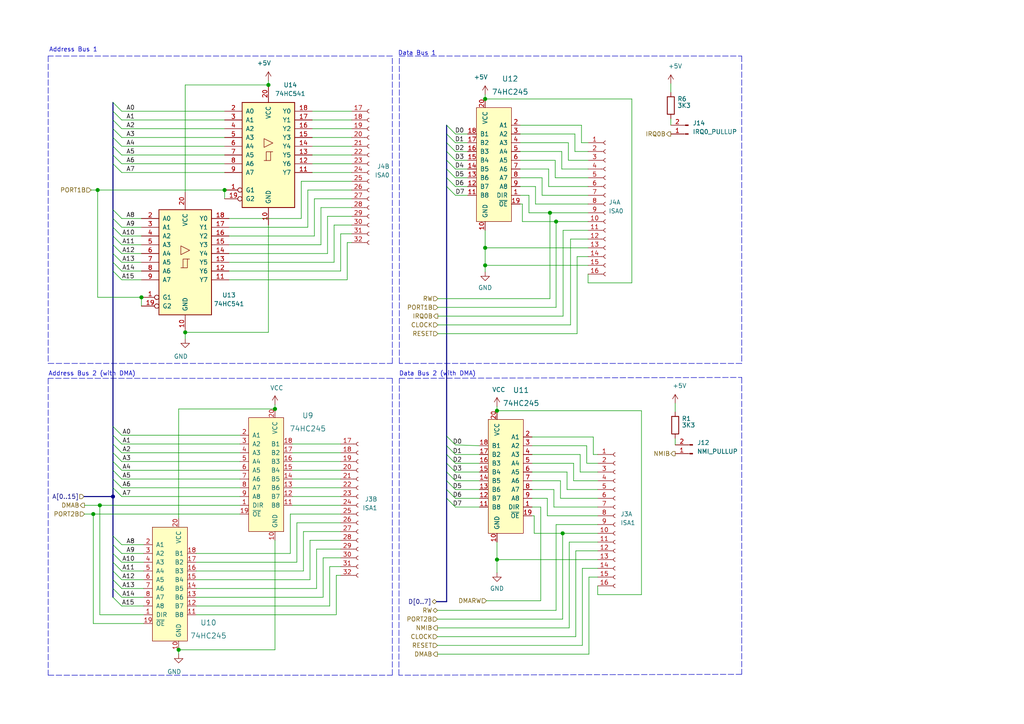
<source format=kicad_sch>
(kicad_sch (version 20201015) (generator eeschema)
  (paper "A4")
  (title_block (title "Miniish") (rev "v1.2b") (company "Romuald Rousseau"))
  (lib_symbols
    (symbol "74xx:74HCT541_2" (pin_names (offset 1.016))
      (property "Reference" "U" (at -7.62 16.51 0))
      (property "Value" "74HCT541" (at -7.62 -16.51 0))
      (symbol "74HCT541_2_1_0"
        (pin input inverted (at -12.7 -10.16 0) (length 5.08) (name "G1") (number "1"))
        (pin power_in line (at 0 -20.32 90) (length 5.08) (name "GND") (number "10"))
        (pin tri_state line (at 12.7 -5.08 180) (length 5.08) (name "Y7") (number "11"))
        (pin tri_state line (at 12.7 -2.54 180) (length 5.08) (name "Y6") (number "12"))
        (pin tri_state line (at 12.7 0 180) (length 5.08) (name "Y5") (number "13"))
        (pin tri_state line (at 12.7 2.54 180) (length 5.08) (name "Y4") (number "14"))
        (pin tri_state line (at 12.7 5.08 180) (length 5.08) (name "Y3") (number "15"))
        (pin tri_state line (at 12.7 7.62 180) (length 5.08) (name "Y2") (number "16"))
        (pin tri_state line (at 12.7 10.16 180) (length 5.08) (name "Y1") (number "17"))
        (pin tri_state line (at 12.7 12.7 180) (length 5.08) (name "Y0") (number "18"))
        (pin input inverted (at -12.7 -12.7 0) (length 5.08) (name "G2") (number "19"))
        (pin input line (at -12.7 12.7 0) (length 5.08) (name "A0") (number "2"))
        (pin power_in line (at 0 20.32 270) (length 5.08) (name "VCC") (number "20"))
        (pin input line (at -12.7 10.16 0) (length 5.08) (name "A1") (number "3"))
        (pin input line (at -12.7 7.62 0) (length 5.08) (name "A2") (number "4"))
        (pin input line (at -12.7 5.08 0) (length 5.08) (name "A3") (number "5"))
        (pin input line (at -12.7 2.54 0) (length 5.08) (name "A4") (number "6"))
        (pin input line (at -12.7 0 0) (length 5.08) (name "A5") (number "7"))
        (pin input line (at -12.7 -2.54 0) (length 5.08) (name "A6") (number "8"))
        (pin input line (at -12.7 -5.08 0) (length 5.08) (name "A7") (number "9"))
      )
    )
    (symbol "74xx:74HCT541_3" (pin_names (offset 1.016))
      (property "Reference" "U" (at -7.62 16.51 0))
      (property "Value" "74HCT541" (at -7.62 -16.51 0))
      (symbol "74HCT541_3_1_0"
        (pin input inverted (at -12.7 -10.16 0) (length 5.08) (name "G1") (number "1"))
        (pin power_in line (at 0 -20.32 90) (length 5.08) (name "GND") (number "10"))
        (pin tri_state line (at 12.7 -5.08 180) (length 5.08) (name "Y7") (number "11"))
        (pin tri_state line (at 12.7 -2.54 180) (length 5.08) (name "Y6") (number "12"))
        (pin tri_state line (at 12.7 0 180) (length 5.08) (name "Y5") (number "13"))
        (pin tri_state line (at 12.7 2.54 180) (length 5.08) (name "Y4") (number "14"))
        (pin tri_state line (at 12.7 5.08 180) (length 5.08) (name "Y3") (number "15"))
        (pin tri_state line (at 12.7 7.62 180) (length 5.08) (name "Y2") (number "16"))
        (pin tri_state line (at 12.7 10.16 180) (length 5.08) (name "Y1") (number "17"))
        (pin tri_state line (at 12.7 12.7 180) (length 5.08) (name "Y0") (number "18"))
        (pin input inverted (at -12.7 -12.7 0) (length 5.08) (name "G2") (number "19"))
        (pin input line (at -12.7 12.7 0) (length 5.08) (name "A0") (number "2"))
        (pin power_in line (at 0 20.32 270) (length 5.08) (name "VCC") (number "20"))
        (pin input line (at -12.7 10.16 0) (length 5.08) (name "A1") (number "3"))
        (pin input line (at -12.7 7.62 0) (length 5.08) (name "A2") (number "4"))
        (pin input line (at -12.7 5.08 0) (length 5.08) (name "A3") (number "5"))
        (pin input line (at -12.7 2.54 0) (length 5.08) (name "A4") (number "6"))
        (pin input line (at -12.7 0 0) (length 5.08) (name "A5") (number "7"))
        (pin input line (at -12.7 -2.54 0) (length 5.08) (name "A6") (number "8"))
        (pin input line (at -12.7 -5.08 0) (length 5.08) (name "A7") (number "9"))
      )
    )
    (symbol "Connector:Conn_01x02_Male" (pin_names (offset 1.016) hide)
      (property "Reference" "J" (at 0 2.54 0))
      (property "Value" "Conn_01x02_Male" (at 0 -5.08 0))
      (symbol "Conn_01x02_Male_1_1"
        (pin passive line (at 5.08 0 180) (length 3.81) (name "Pin_1") (number "1"))
        (pin passive line (at 5.08 -2.54 180) (length 3.81) (name "Pin_2") (number "2"))
      )
    )
    (symbol "Connector_TheRLab:Conn_02x16_Female_2units" (pin_names hide)
      (property "Reference" "J" (at -0.254 20.828 0))
      (property "Value" "Conn_02x16_Female_2units" (at 0 -23.622 0))
      (symbol "Conn_02x16_Female_2units_1_1"
        (pin passive line (at -11.43 17.526 0) (length 3.81) (name "Pin_1") (number "1"))
        (pin passive line (at -11.43 -5.334 0) (length 3.81) (name "Pin_10") (number "10"))
        (pin passive line (at -11.43 -7.874 0) (length 3.81) (name "Pin_11") (number "11"))
        (pin passive line (at -11.43 -10.414 0) (length 3.81) (name "Pin_12") (number "12"))
        (pin passive line (at -11.43 -12.954 0) (length 3.81) (name "Pin_13") (number "13"))
        (pin passive line (at -11.43 -15.494 0) (length 3.81) (name "Pin_14") (number "14"))
        (pin passive line (at -11.43 -18.034 0) (length 3.81) (name "Pin_15") (number "15"))
        (pin passive line (at -11.43 -20.574 0) (length 3.81) (name "Pin_16") (number "16"))
        (pin passive line (at -11.43 14.986 0) (length 3.81) (name "Pin_2") (number "2"))
        (pin passive line (at -11.43 12.446 0) (length 3.81) (name "Pin_3") (number "3"))
        (pin passive line (at -11.43 9.906 0) (length 3.81) (name "Pin_4") (number "4"))
        (pin passive line (at -11.43 7.366 0) (length 3.81) (name "Pin_5") (number "5"))
        (pin passive line (at -11.43 4.826 0) (length 3.81) (name "Pin_6") (number "6"))
        (pin passive line (at -11.43 2.286 0) (length 3.81) (name "Pin_7") (number "7"))
        (pin passive line (at -11.43 -0.254 0) (length 3.81) (name "Pin_8") (number "8"))
        (pin passive line (at -11.43 -2.794 0) (length 3.81) (name "Pin_9") (number "9"))
      )
      (symbol "Conn_02x16_Female_2units_2_1"
        (pin passive line (at 11.43 17.272 180) (length 3.81) (name "Pin_17") (number "17"))
        (pin passive line (at 11.43 -5.588 180) (length 3.81) (name "Pin_26") (number "26"))
        (pin passive line (at 11.43 -8.128 180) (length 3.81) (name "Pin_27") (number "27"))
        (pin passive line (at 11.43 -10.668 180) (length 3.81) (name "Pin_28") (number "28"))
        (pin passive line (at 11.43 -13.208 180) (length 3.81) (name "Pin_29") (number "29"))
        (pin passive line (at 11.43 -15.748 180) (length 3.81) (name "Pin_30") (number "30"))
        (pin passive line (at 11.43 -18.288 180) (length 3.81) (name "Pin_31") (number "31"))
        (pin passive line (at 11.43 -20.828 180) (length 3.81) (name "Pin_32") (number "32"))
        (pin passive line (at 11.43 14.732 180) (length 3.81) (name "Pin_18") (number "18"))
        (pin passive line (at 11.43 12.192 180) (length 3.81) (name "Pin_19") (number "19"))
        (pin passive line (at 11.43 9.652 180) (length 3.81) (name "Pin_20") (number "20"))
        (pin passive line (at 11.43 7.112 180) (length 3.81) (name "Pin_21") (number "21"))
        (pin passive line (at 11.43 4.572 180) (length 3.81) (name "Pin_22") (number "22"))
        (pin passive line (at 11.43 2.032 180) (length 3.81) (name "Pin_23") (number "23"))
        (pin passive line (at 11.43 -0.508 180) (length 3.81) (name "Pin_24") (number "24"))
        (pin passive line (at 11.43 -3.048 180) (length 3.81) (name "Pin_25") (number "25"))
      )
    )
    (symbol "Connector_TheRLab:Conn_02x16_Female_2units_1" (pin_names hide)
      (property "Reference" "J" (at -0.254 20.828 0))
      (property "Value" "Conn_02x16_Female_2units" (at 0 -23.622 0))
      (symbol "Conn_02x16_Female_2units_1_1_1"
        (pin passive line (at -11.43 17.526 0) (length 3.81) (name "Pin_1") (number "1"))
        (pin passive line (at -11.43 -5.334 0) (length 3.81) (name "Pin_10") (number "10"))
        (pin passive line (at -11.43 -7.874 0) (length 3.81) (name "Pin_11") (number "11"))
        (pin passive line (at -11.43 -10.414 0) (length 3.81) (name "Pin_12") (number "12"))
        (pin passive line (at -11.43 -12.954 0) (length 3.81) (name "Pin_13") (number "13"))
        (pin passive line (at -11.43 -15.494 0) (length 3.81) (name "Pin_14") (number "14"))
        (pin passive line (at -11.43 -18.034 0) (length 3.81) (name "Pin_15") (number "15"))
        (pin passive line (at -11.43 -20.574 0) (length 3.81) (name "Pin_16") (number "16"))
        (pin passive line (at -11.43 14.986 0) (length 3.81) (name "Pin_2") (number "2"))
        (pin passive line (at -11.43 12.446 0) (length 3.81) (name "Pin_3") (number "3"))
        (pin passive line (at -11.43 9.906 0) (length 3.81) (name "Pin_4") (number "4"))
        (pin passive line (at -11.43 7.366 0) (length 3.81) (name "Pin_5") (number "5"))
        (pin passive line (at -11.43 4.826 0) (length 3.81) (name "Pin_6") (number "6"))
        (pin passive line (at -11.43 2.286 0) (length 3.81) (name "Pin_7") (number "7"))
        (pin passive line (at -11.43 -0.254 0) (length 3.81) (name "Pin_8") (number "8"))
        (pin passive line (at -11.43 -2.794 0) (length 3.81) (name "Pin_9") (number "9"))
      )
      (symbol "Conn_02x16_Female_2units_1_2_1"
        (pin passive line (at 11.43 17.272 180) (length 3.81) (name "Pin_17") (number "17"))
        (pin passive line (at 11.43 -5.588 180) (length 3.81) (name "Pin_26") (number "26"))
        (pin passive line (at 11.43 -8.128 180) (length 3.81) (name "Pin_27") (number "27"))
        (pin passive line (at 11.43 -10.668 180) (length 3.81) (name "Pin_28") (number "28"))
        (pin passive line (at 11.43 -13.208 180) (length 3.81) (name "Pin_29") (number "29"))
        (pin passive line (at 11.43 -15.748 180) (length 3.81) (name "Pin_30") (number "30"))
        (pin passive line (at 11.43 -18.288 180) (length 3.81) (name "Pin_31") (number "31"))
        (pin passive line (at 11.43 -20.828 180) (length 3.81) (name "Pin_32") (number "32"))
        (pin passive line (at 11.43 14.732 180) (length 3.81) (name "Pin_18") (number "18"))
        (pin passive line (at 11.43 12.192 180) (length 3.81) (name "Pin_19") (number "19"))
        (pin passive line (at 11.43 9.652 180) (length 3.81) (name "Pin_20") (number "20"))
        (pin passive line (at 11.43 7.112 180) (length 3.81) (name "Pin_21") (number "21"))
        (pin passive line (at 11.43 4.572 180) (length 3.81) (name "Pin_22") (number "22"))
        (pin passive line (at 11.43 2.032 180) (length 3.81) (name "Pin_23") (number "23"))
        (pin passive line (at 11.43 -0.508 180) (length 3.81) (name "Pin_24") (number "24"))
        (pin passive line (at 11.43 -3.048 180) (length 3.81) (name "Pin_25") (number "25"))
      )
    )
    (symbol "Device:R" (pin_numbers hide) (pin_names (offset 0))
      (property "Reference" "R" (at 2.032 0 90))
      (property "Value" "R" (at 0 0 90))
      (symbol "R_1_1"
        (pin passive line (at 0 3.81 270) (length 1.27) (name "~") (number "1"))
        (pin passive line (at 0 -3.81 90) (length 1.27) (name "~") (number "2"))
      )
    )
    (symbol "dk_Logic-Buffers-Drivers-Receivers-Transceivers:SN74LVC245AN" (pin_names (offset 1.016))
      (property "Reference" "U" (at -6.35 6.35 0))
      (property "Value" "SN74LVC245AN" (at -2.54 -10.16 90))
      (symbol "SN74LVC245AN_1_1"
        (pin input line (at -10.16 -20.32 0) (length 2.54) (name "DIR") (number "1"))
        (pin bidirectional line (at -10.16 0 0) (length 2.54) (name "A1") (number "2"))
        (pin bidirectional line (at -10.16 -2.54 0) (length 2.54) (name "A2") (number "3"))
        (pin bidirectional line (at -10.16 -5.08 0) (length 2.54) (name "A3") (number "4"))
        (pin bidirectional line (at -10.16 -7.62 0) (length 2.54) (name "A4") (number "5"))
        (pin bidirectional line (at -10.16 -10.16 0) (length 2.54) (name "A5") (number "6"))
        (pin bidirectional line (at -10.16 -12.7 0) (length 2.54) (name "A6") (number "7"))
        (pin bidirectional line (at -10.16 -15.24 0) (length 2.54) (name "A7") (number "8"))
        (pin bidirectional line (at -10.16 -17.78 0) (length 2.54) (name "A8") (number "9"))
        (pin power_in line (at 0 -30.48 90) (length 2.54) (name "GND") (number "10"))
        (pin power_in line (at 0 7.62 270) (length 2.54) (name "VCC") (number "20"))
        (pin bidirectional line (at 5.08 -20.32 180) (length 2.54) (name "B8") (number "11"))
        (pin bidirectional line (at 5.08 -17.78 180) (length 2.54) (name "B7") (number "12"))
        (pin bidirectional line (at 5.08 -15.24 180) (length 2.54) (name "B6") (number "13"))
        (pin bidirectional line (at 5.08 -12.7 180) (length 2.54) (name "B5") (number "14"))
        (pin bidirectional line (at 5.08 -10.16 180) (length 2.54) (name "B4") (number "15"))
        (pin bidirectional line (at 5.08 -7.62 180) (length 2.54) (name "B3") (number "16"))
        (pin bidirectional line (at 5.08 -5.08 180) (length 2.54) (name "B2") (number "17"))
        (pin bidirectional line (at 5.08 -2.54 180) (length 2.54) (name "B1") (number "18"))
        (pin input line (at -10.16 -22.86 0) (length 2.54) (name "~OE") (number "19"))
      )
    )
    (symbol "dk_Logic-Buffers-Drivers-Receivers-Transceivers:SN74LVC245AN_1" (pin_names (offset 1.016))
      (property "Reference" "U" (at -6.35 6.35 0))
      (property "Value" "SN74LVC245AN" (at -2.54 -10.16 90))
      (symbol "SN74LVC245AN_1_1_1"
        (pin input line (at -10.16 -20.32 0) (length 2.54) (name "DIR") (number "1"))
        (pin bidirectional line (at -10.16 0 0) (length 2.54) (name "A1") (number "2"))
        (pin bidirectional line (at -10.16 -2.54 0) (length 2.54) (name "A2") (number "3"))
        (pin bidirectional line (at -10.16 -5.08 0) (length 2.54) (name "A3") (number "4"))
        (pin bidirectional line (at -10.16 -7.62 0) (length 2.54) (name "A4") (number "5"))
        (pin bidirectional line (at -10.16 -10.16 0) (length 2.54) (name "A5") (number "6"))
        (pin bidirectional line (at -10.16 -12.7 0) (length 2.54) (name "A6") (number "7"))
        (pin bidirectional line (at -10.16 -15.24 0) (length 2.54) (name "A7") (number "8"))
        (pin bidirectional line (at -10.16 -17.78 0) (length 2.54) (name "A8") (number "9"))
        (pin power_in line (at 0 -30.48 90) (length 2.54) (name "GND") (number "10"))
        (pin power_in line (at 0 7.62 270) (length 2.54) (name "VCC") (number "20"))
        (pin bidirectional line (at 5.08 -20.32 180) (length 2.54) (name "B8") (number "11"))
        (pin bidirectional line (at 5.08 -17.78 180) (length 2.54) (name "B7") (number "12"))
        (pin bidirectional line (at 5.08 -15.24 180) (length 2.54) (name "B6") (number "13"))
        (pin bidirectional line (at 5.08 -12.7 180) (length 2.54) (name "B5") (number "14"))
        (pin bidirectional line (at 5.08 -10.16 180) (length 2.54) (name "B4") (number "15"))
        (pin bidirectional line (at 5.08 -7.62 180) (length 2.54) (name "B3") (number "16"))
        (pin bidirectional line (at 5.08 -5.08 180) (length 2.54) (name "B2") (number "17"))
        (pin bidirectional line (at 5.08 -2.54 180) (length 2.54) (name "B1") (number "18"))
        (pin input line (at -10.16 -22.86 0) (length 2.54) (name "~OE") (number "19"))
      )
    )
    (symbol "dk_Logic-Buffers-Drivers-Receivers-Transceivers:SN74LVC245AN_2" (pin_names (offset 1.016))
      (property "Reference" "U" (at -6.35 6.35 0))
      (property "Value" "SN74LVC245AN" (at -2.54 -10.16 90))
      (symbol "SN74LVC245AN_2_1_1"
        (pin input line (at -10.16 -20.32 0) (length 2.54) (name "DIR") (number "1"))
        (pin bidirectional line (at -10.16 0 0) (length 2.54) (name "A1") (number "2"))
        (pin bidirectional line (at -10.16 -2.54 0) (length 2.54) (name "A2") (number "3"))
        (pin bidirectional line (at -10.16 -5.08 0) (length 2.54) (name "A3") (number "4"))
        (pin bidirectional line (at -10.16 -7.62 0) (length 2.54) (name "A4") (number "5"))
        (pin bidirectional line (at -10.16 -10.16 0) (length 2.54) (name "A5") (number "6"))
        (pin bidirectional line (at -10.16 -12.7 0) (length 2.54) (name "A6") (number "7"))
        (pin bidirectional line (at -10.16 -15.24 0) (length 2.54) (name "A7") (number "8"))
        (pin bidirectional line (at -10.16 -17.78 0) (length 2.54) (name "A8") (number "9"))
        (pin power_in line (at 0 -30.48 90) (length 2.54) (name "GND") (number "10"))
        (pin power_in line (at 0 7.62 270) (length 2.54) (name "VCC") (number "20"))
        (pin bidirectional line (at 5.08 -20.32 180) (length 2.54) (name "B8") (number "11"))
        (pin bidirectional line (at 5.08 -17.78 180) (length 2.54) (name "B7") (number "12"))
        (pin bidirectional line (at 5.08 -15.24 180) (length 2.54) (name "B6") (number "13"))
        (pin bidirectional line (at 5.08 -12.7 180) (length 2.54) (name "B5") (number "14"))
        (pin bidirectional line (at 5.08 -10.16 180) (length 2.54) (name "B4") (number "15"))
        (pin bidirectional line (at 5.08 -7.62 180) (length 2.54) (name "B3") (number "16"))
        (pin bidirectional line (at 5.08 -5.08 180) (length 2.54) (name "B2") (number "17"))
        (pin bidirectional line (at 5.08 -2.54 180) (length 2.54) (name "B1") (number "18"))
        (pin input line (at -10.16 -22.86 0) (length 2.54) (name "~OE") (number "19"))
      )
    )
    (symbol "dk_Logic-Buffers-Drivers-Receivers-Transceivers:SN74LVC245AN_3" (pin_names (offset 1.016))
      (property "Reference" "U" (at -6.35 6.35 0))
      (property "Value" "SN74LVC245AN" (at -2.54 -10.16 90))
      (symbol "SN74LVC245AN_3_1_1"
        (pin input line (at -10.16 -20.32 0) (length 2.54) (name "DIR") (number "1"))
        (pin bidirectional line (at -10.16 0 0) (length 2.54) (name "A1") (number "2"))
        (pin bidirectional line (at -10.16 -2.54 0) (length 2.54) (name "A2") (number "3"))
        (pin bidirectional line (at -10.16 -5.08 0) (length 2.54) (name "A3") (number "4"))
        (pin bidirectional line (at -10.16 -7.62 0) (length 2.54) (name "A4") (number "5"))
        (pin bidirectional line (at -10.16 -10.16 0) (length 2.54) (name "A5") (number "6"))
        (pin bidirectional line (at -10.16 -12.7 0) (length 2.54) (name "A6") (number "7"))
        (pin bidirectional line (at -10.16 -15.24 0) (length 2.54) (name "A7") (number "8"))
        (pin bidirectional line (at -10.16 -17.78 0) (length 2.54) (name "A8") (number "9"))
        (pin power_in line (at 0 -30.48 90) (length 2.54) (name "GND") (number "10"))
        (pin power_in line (at 0 7.62 270) (length 2.54) (name "VCC") (number "20"))
        (pin bidirectional line (at 5.08 -20.32 180) (length 2.54) (name "B8") (number "11"))
        (pin bidirectional line (at 5.08 -17.78 180) (length 2.54) (name "B7") (number "12"))
        (pin bidirectional line (at 5.08 -15.24 180) (length 2.54) (name "B6") (number "13"))
        (pin bidirectional line (at 5.08 -12.7 180) (length 2.54) (name "B5") (number "14"))
        (pin bidirectional line (at 5.08 -10.16 180) (length 2.54) (name "B4") (number "15"))
        (pin bidirectional line (at 5.08 -7.62 180) (length 2.54) (name "B3") (number "16"))
        (pin bidirectional line (at 5.08 -5.08 180) (length 2.54) (name "B2") (number "17"))
        (pin bidirectional line (at 5.08 -2.54 180) (length 2.54) (name "B1") (number "18"))
        (pin input line (at -10.16 -22.86 0) (length 2.54) (name "~OE") (number "19"))
      )
    )
    (symbol "power:+5V" (power) (pin_names (offset 0))
      (property "Value" "+5V" (at 0 3.556 0))
      (symbol "+5V_1_1"
        (pin power_in line (at 0 0 90) (length 0) hide (name "+5V") (number "1"))
      )
    )
    (symbol "power:GND" (power) (pin_names (offset 0))
      (property "Value" "GND" (at 0 -3.81 0))
      (symbol "GND_1_1"
        (pin power_in line (at 0 0 270) (length 0) hide (name "GND") (number "1"))
      )
    )
    (symbol "power:VCC" (power) (pin_names (offset 0))
      (property "Value" "VCC" (at 0 3.81 0))
      (symbol "VCC_1_1"
        (pin power_in line (at 0 0 90) (length 0) hide (name "VCC") (number "1"))
      )
    )
  )
  (junction (at 27.051 149.098) (diameter 1.016))
  (junction (at 28.321 55.118) (diameter 1.016))
  (junction (at 28.956 146.558) (diameter 1.016))
  (junction (at 41.021 86.233) (diameter 1.016))
  (junction (at 51.816 188.468) (diameter 1.016))
  (junction (at 53.721 96.393) (diameter 1.016))
  (junction (at 65.151 55.118) (diameter 1.016))
  (junction (at 77.851 24.638) (diameter 1.016))
  (junction (at 79.756 118.618) (diameter 1.016))
  (junction (at 140.716 28.702) (diameter 1.016))
  (junction (at 140.716 71.882) (diameter 1.016))
  (junction (at 140.716 76.962) (diameter 1.016))
  (junction (at 144.145 119.126) (diameter 1.016))
  (junction (at 144.145 162.306) (diameter 1.016))
  (junction (at 159.512 61.722) (diameter 1.016))
  (junction (at 161.29 64.262) (diameter 1.016))
  (junction (at 163.195 154.686) (diameter 1.016))
  (junction (at 32.766 144.018) (diameter 1.016))
  (bus_entry (at 32.766 29.718) (size 2.54 2.54) (stroke (width 0.1524)))
  (bus_entry (at 32.766 32.258) (size 2.54 2.54) (stroke (width 0.1524)))
  (bus_entry (at 32.766 34.798) (size 2.54 2.54) (stroke (width 0.1524)))
  (bus_entry (at 32.766 37.338) (size 2.54 2.54) (stroke (width 0.1524)))
  (bus_entry (at 32.766 39.878) (size 2.54 2.54) (stroke (width 0.1524)))
  (bus_entry (at 32.766 42.418) (size 2.54 2.54) (stroke (width 0.1524)))
  (bus_entry (at 32.766 44.958) (size 2.54 2.54) (stroke (width 0.1524)))
  (bus_entry (at 32.766 47.498) (size 2.54 2.54) (stroke (width 0.1524)))
  (bus_entry (at 32.766 60.833) (size 2.54 2.54) (stroke (width 0.1524)))
  (bus_entry (at 32.766 63.373) (size 2.54 2.54) (stroke (width 0.1524)))
  (bus_entry (at 32.766 65.913) (size 2.54 2.54) (stroke (width 0.1524)))
  (bus_entry (at 32.766 68.453) (size 2.54 2.54) (stroke (width 0.1524)))
  (bus_entry (at 32.766 70.993) (size 2.54 2.54) (stroke (width 0.1524)))
  (bus_entry (at 32.766 73.533) (size 2.54 2.54) (stroke (width 0.1524)))
  (bus_entry (at 32.766 76.073) (size 2.54 2.54) (stroke (width 0.1524)))
  (bus_entry (at 32.766 78.613) (size 2.54 2.54) (stroke (width 0.1524)))
  (bus_entry (at 32.766 155.448) (size 2.54 2.54) (stroke (width 0.1524)))
  (bus_entry (at 32.766 157.988) (size 2.54 2.54) (stroke (width 0.1524)))
  (bus_entry (at 32.766 160.528) (size 2.54 2.54) (stroke (width 0.1524)))
  (bus_entry (at 32.766 163.068) (size 2.54 2.54) (stroke (width 0.1524)))
  (bus_entry (at 32.766 165.608) (size 2.54 2.54) (stroke (width 0.1524)))
  (bus_entry (at 32.766 168.148) (size 2.54 2.54) (stroke (width 0.1524)))
  (bus_entry (at 32.766 170.688) (size 2.54 2.54) (stroke (width 0.1524)))
  (bus_entry (at 35.306 126.238) (size -2.54 -2.54) (stroke (width 0.1524)))
  (bus_entry (at 35.306 128.778) (size -2.54 -2.54) (stroke (width 0.1524)))
  (bus_entry (at 35.306 131.318) (size -2.54 -2.54) (stroke (width 0.1524)))
  (bus_entry (at 35.306 133.858) (size -2.54 -2.54) (stroke (width 0.1524)))
  (bus_entry (at 35.306 136.398) (size -2.54 -2.54) (stroke (width 0.1524)))
  (bus_entry (at 35.306 138.938) (size -2.54 -2.54) (stroke (width 0.1524)))
  (bus_entry (at 35.306 141.478) (size -2.54 -2.54) (stroke (width 0.1524)))
  (bus_entry (at 35.306 144.018) (size -2.54 -2.54) (stroke (width 0.1524)))
  (bus_entry (at 35.306 175.768) (size -2.54 -2.54) (stroke (width 0.1524)))
  (bus_entry (at 129.54 36.322) (size 2.54 2.54) (stroke (width 0.1524)))
  (bus_entry (at 129.54 38.862) (size 2.54 2.54) (stroke (width 0.1524)))
  (bus_entry (at 129.54 41.402) (size 2.54 2.54) (stroke (width 0.1524)))
  (bus_entry (at 129.54 43.942) (size 2.54 2.54) (stroke (width 0.1524)))
  (bus_entry (at 129.54 46.482) (size 2.54 2.54) (stroke (width 0.1524)))
  (bus_entry (at 129.54 49.022) (size 2.54 2.54) (stroke (width 0.1524)))
  (bus_entry (at 129.54 51.562) (size 2.54 2.54) (stroke (width 0.1524)))
  (bus_entry (at 129.54 54.102) (size 2.54 2.54) (stroke (width 0.1524)))
  (bus_entry (at 129.54 126.492) (size 2.54 2.54) (stroke (width 0.1524)))
  (bus_entry (at 129.54 129.286) (size 2.54 2.54) (stroke (width 0.1524)))
  (bus_entry (at 129.54 131.826) (size 2.54 2.54) (stroke (width 0.1524)))
  (bus_entry (at 129.54 134.366) (size 2.54 2.54) (stroke (width 0.1524)))
  (bus_entry (at 129.54 136.906) (size 2.54 2.54) (stroke (width 0.1524)))
  (bus_entry (at 129.54 139.446) (size 2.54 2.54) (stroke (width 0.1524)))
  (bus_entry (at 129.54 141.986) (size 2.54 2.54) (stroke (width 0.1524)))
  (bus_entry (at 129.54 144.526) (size 2.54 2.54) (stroke (width 0.1524)))
  (wire (pts (xy 26.416 55.118) (xy 28.321 55.118)))
  (wire (pts (xy 27.051 149.098) (xy 24.511 149.098)))
  (wire (pts (xy 27.051 149.098) (xy 27.051 180.848)))
  (wire (pts (xy 27.051 180.848) (xy 41.656 180.848)))
  (wire (pts (xy 28.321 55.118) (xy 28.321 86.233)))
  (wire (pts (xy 28.321 55.118) (xy 65.151 55.118)))
  (wire (pts (xy 28.321 86.233) (xy 41.021 86.233)))
  (wire (pts (xy 28.956 146.558) (xy 24.511 146.558)))
  (wire (pts (xy 28.956 146.558) (xy 28.956 178.308)))
  (wire (pts (xy 28.956 178.308) (xy 41.656 178.308)))
  (wire (pts (xy 35.306 32.258) (xy 65.151 32.258)))
  (wire (pts (xy 35.306 34.798) (xy 65.151 34.798)))
  (wire (pts (xy 35.306 37.338) (xy 65.151 37.338)))
  (wire (pts (xy 35.306 39.878) (xy 65.151 39.878)))
  (wire (pts (xy 35.306 42.418) (xy 65.151 42.418)))
  (wire (pts (xy 35.306 44.958) (xy 65.151 44.958)))
  (wire (pts (xy 35.306 47.498) (xy 65.151 47.498)))
  (wire (pts (xy 35.306 50.038) (xy 65.151 50.038)))
  (wire (pts (xy 35.306 63.373) (xy 41.021 63.373)))
  (wire (pts (xy 35.306 65.913) (xy 41.021 65.913)))
  (wire (pts (xy 35.306 68.453) (xy 41.021 68.453)))
  (wire (pts (xy 35.306 70.993) (xy 41.021 70.993)))
  (wire (pts (xy 35.306 73.533) (xy 41.021 73.533)))
  (wire (pts (xy 35.306 76.073) (xy 41.021 76.073)))
  (wire (pts (xy 35.306 78.613) (xy 41.021 78.613)))
  (wire (pts (xy 35.306 81.153) (xy 41.021 81.153)))
  (wire (pts (xy 41.021 86.233) (xy 41.021 88.773)))
  (wire (pts (xy 41.656 157.988) (xy 35.306 157.988)))
  (wire (pts (xy 41.656 160.528) (xy 35.306 160.528)))
  (wire (pts (xy 41.656 163.068) (xy 35.306 163.068)))
  (wire (pts (xy 41.656 165.608) (xy 35.306 165.608)))
  (wire (pts (xy 41.656 168.148) (xy 35.306 168.148)))
  (wire (pts (xy 41.656 170.688) (xy 35.306 170.688)))
  (wire (pts (xy 41.656 173.228) (xy 35.306 173.228)))
  (wire (pts (xy 41.656 175.768) (xy 35.306 175.768)))
  (wire (pts (xy 51.816 118.618) (xy 51.816 150.368)))
  (wire (pts (xy 51.816 188.468) (xy 51.816 189.738)))
  (wire (pts (xy 53.721 24.638) (xy 53.721 55.753)))
  (wire (pts (xy 53.721 96.393) (xy 53.721 98.298)))
  (wire (pts (xy 53.721 96.393) (xy 77.851 96.393)))
  (wire (pts (xy 56.896 160.528) (xy 84.201 160.528)))
  (wire (pts (xy 56.896 163.068) (xy 86.106 163.068)))
  (wire (pts (xy 56.896 165.608) (xy 88.011 165.608)))
  (wire (pts (xy 56.896 168.148) (xy 89.916 168.148)))
  (wire (pts (xy 56.896 173.228) (xy 93.726 173.228)))
  (wire (pts (xy 56.896 175.768) (xy 95.631 175.768)))
  (wire (pts (xy 65.151 55.118) (xy 65.151 57.658)))
  (wire (pts (xy 66.421 63.373) (xy 87.376 63.373)))
  (wire (pts (xy 66.421 65.913) (xy 89.281 65.913)))
  (wire (pts (xy 66.421 68.453) (xy 91.186 68.453)))
  (wire (pts (xy 66.421 70.993) (xy 93.091 70.993)))
  (wire (pts (xy 66.421 76.073) (xy 96.901 76.073)))
  (wire (pts (xy 66.421 78.613) (xy 98.806 78.613)))
  (wire (pts (xy 66.421 81.153) (xy 100.711 81.153)))
  (wire (pts (xy 69.596 126.238) (xy 35.306 126.238)))
  (wire (pts (xy 69.596 128.778) (xy 35.306 128.778)))
  (wire (pts (xy 69.596 131.318) (xy 35.306 131.318)))
  (wire (pts (xy 69.596 133.858) (xy 35.306 133.858)))
  (wire (pts (xy 69.596 136.398) (xy 35.306 136.398)))
  (wire (pts (xy 69.596 138.938) (xy 35.306 138.938)))
  (wire (pts (xy 69.596 141.478) (xy 35.306 141.478)))
  (wire (pts (xy 69.596 144.018) (xy 35.306 144.018)))
  (wire (pts (xy 69.596 146.558) (xy 28.956 146.558)))
  (wire (pts (xy 69.596 149.098) (xy 27.051 149.098)))
  (wire (pts (xy 77.851 23.368) (xy 77.851 24.638)))
  (wire (pts (xy 77.851 24.638) (xy 53.721 24.638)))
  (wire (pts (xy 77.851 65.278) (xy 77.851 96.393)))
  (wire (pts (xy 79.756 117.348) (xy 79.756 118.618)))
  (wire (pts (xy 79.756 118.618) (xy 51.816 118.618)))
  (wire (pts (xy 79.756 156.718) (xy 79.756 188.468)))
  (wire (pts (xy 79.756 188.468) (xy 51.816 188.468)))
  (wire (pts (xy 84.201 160.528) (xy 84.201 149.098)))
  (wire (pts (xy 86.106 163.068) (xy 86.106 151.638)))
  (wire (pts (xy 87.376 52.578) (xy 101.981 52.578)))
  (wire (pts (xy 87.376 63.373) (xy 87.376 52.578)))
  (wire (pts (xy 88.011 165.608) (xy 88.011 154.178)))
  (wire (pts (xy 89.281 55.118) (xy 101.981 55.118)))
  (wire (pts (xy 89.281 65.913) (xy 89.281 55.118)))
  (wire (pts (xy 89.916 168.148) (xy 89.916 156.718)))
  (wire (pts (xy 90.551 32.258) (xy 101.981 32.258)))
  (wire (pts (xy 90.551 34.798) (xy 101.981 34.798)))
  (wire (pts (xy 90.551 37.338) (xy 101.981 37.338)))
  (wire (pts (xy 90.551 39.878) (xy 101.981 39.878)))
  (wire (pts (xy 90.551 42.418) (xy 101.981 42.418)))
  (wire (pts (xy 90.551 44.958) (xy 101.981 44.958)))
  (wire (pts (xy 90.551 47.498) (xy 101.981 47.498)))
  (wire (pts (xy 90.551 50.038) (xy 101.981 50.038)))
  (wire (pts (xy 91.186 57.658) (xy 101.981 57.658)))
  (wire (pts (xy 91.186 68.453) (xy 91.186 57.658)))
  (wire (pts (xy 91.821 170.688) (xy 56.896 170.688)))
  (wire (pts (xy 91.821 170.688) (xy 91.821 159.258)))
  (wire (pts (xy 93.091 60.198) (xy 101.981 60.198)))
  (wire (pts (xy 93.091 70.993) (xy 93.091 60.198)))
  (wire (pts (xy 93.726 173.228) (xy 93.726 161.798)))
  (wire (pts (xy 94.996 62.738) (xy 101.981 62.738)))
  (wire (pts (xy 94.996 73.533) (xy 66.421 73.533)))
  (wire (pts (xy 94.996 73.533) (xy 94.996 62.738)))
  (wire (pts (xy 95.631 175.768) (xy 95.631 164.338)))
  (wire (pts (xy 96.901 65.278) (xy 101.981 65.278)))
  (wire (pts (xy 96.901 76.073) (xy 96.901 65.278)))
  (wire (pts (xy 97.536 166.878) (xy 97.536 178.308)))
  (wire (pts (xy 97.536 178.308) (xy 56.896 178.308)))
  (wire (pts (xy 98.806 67.818) (xy 101.981 67.818)))
  (wire (pts (xy 98.806 78.613) (xy 98.806 67.818)))
  (wire (pts (xy 98.806 128.778) (xy 84.836 128.778)))
  (wire (pts (xy 98.806 131.318) (xy 84.836 131.318)))
  (wire (pts (xy 98.806 133.858) (xy 84.836 133.858)))
  (wire (pts (xy 98.806 136.398) (xy 84.836 136.398)))
  (wire (pts (xy 98.806 138.938) (xy 84.836 138.938)))
  (wire (pts (xy 98.806 141.478) (xy 84.836 141.478)))
  (wire (pts (xy 98.806 144.018) (xy 84.836 144.018)))
  (wire (pts (xy 98.806 146.558) (xy 84.836 146.558)))
  (wire (pts (xy 98.806 149.098) (xy 84.201 149.098)))
  (wire (pts (xy 98.806 151.638) (xy 86.106 151.638)))
  (wire (pts (xy 98.806 154.178) (xy 88.011 154.178)))
  (wire (pts (xy 98.806 156.718) (xy 89.916 156.718)))
  (wire (pts (xy 98.806 159.258) (xy 91.821 159.258)))
  (wire (pts (xy 98.806 161.798) (xy 93.726 161.798)))
  (wire (pts (xy 98.806 164.338) (xy 95.631 164.338)))
  (wire (pts (xy 98.806 166.878) (xy 97.536 166.878)))
  (wire (pts (xy 100.711 70.358) (xy 100.711 81.153)))
  (wire (pts (xy 101.981 70.358) (xy 100.711 70.358)))
  (wire (pts (xy 126.873 177.038) (xy 161.29 177.038)))
  (wire (pts (xy 126.873 179.578) (xy 163.195 179.578)))
  (wire (pts (xy 126.873 182.118) (xy 165.1 182.118)))
  (wire (pts (xy 126.873 184.658) (xy 167.005 184.658)))
  (wire (pts (xy 126.873 187.198) (xy 168.91 187.198)))
  (wire (pts (xy 126.873 189.738) (xy 170.815 189.738)))
  (wire (pts (xy 135.636 38.862) (xy 132.08 38.862)))
  (wire (pts (xy 135.636 41.402) (xy 132.08 41.402)))
  (wire (pts (xy 135.636 43.942) (xy 132.08 43.942)))
  (wire (pts (xy 135.636 46.482) (xy 132.08 46.482)))
  (wire (pts (xy 135.636 49.022) (xy 132.08 49.022)))
  (wire (pts (xy 135.636 51.562) (xy 132.08 51.562)))
  (wire (pts (xy 135.636 54.102) (xy 132.08 54.102)))
  (wire (pts (xy 135.636 56.642) (xy 132.08 56.642)))
  (wire (pts (xy 139.065 129.286) (xy 132.08 129.032)))
  (wire (pts (xy 139.065 131.826) (xy 132.08 131.826)))
  (wire (pts (xy 139.065 134.366) (xy 132.08 134.366)))
  (wire (pts (xy 139.065 136.906) (xy 132.08 136.906)))
  (wire (pts (xy 139.065 139.446) (xy 132.08 139.446)))
  (wire (pts (xy 139.065 141.986) (xy 132.08 141.986)))
  (wire (pts (xy 139.065 144.526) (xy 132.08 144.526)))
  (wire (pts (xy 139.065 147.066) (xy 132.08 147.066)))
  (wire (pts (xy 140.716 27.432) (xy 140.716 28.702)))
  (wire (pts (xy 140.716 28.702) (xy 183.261 28.702)))
  (wire (pts (xy 140.716 66.802) (xy 140.716 71.882)))
  (wire (pts (xy 140.716 71.882) (xy 140.716 76.962)))
  (wire (pts (xy 140.716 71.882) (xy 170.561 71.882)))
  (wire (pts (xy 140.716 76.962) (xy 140.716 78.867)))
  (wire (pts (xy 140.716 76.962) (xy 170.561 76.962)))
  (wire (pts (xy 141.097 174.244) (xy 156.845 174.244)))
  (wire (pts (xy 144.145 117.856) (xy 144.145 119.126)))
  (wire (pts (xy 144.145 119.126) (xy 186.055 119.126)))
  (wire (pts (xy 144.145 157.226) (xy 144.145 162.306)))
  (wire (pts (xy 144.145 162.306) (xy 144.145 166.116)))
  (wire (pts (xy 150.876 46.482) (xy 161.036 46.482)))
  (wire (pts (xy 150.876 49.022) (xy 159.131 49.022)))
  (wire (pts (xy 151.511 59.182) (xy 150.876 59.182)))
  (wire (pts (xy 151.511 64.262) (xy 151.511 59.182)))
  (wire (pts (xy 151.511 64.262) (xy 161.29 64.262)))
  (wire (pts (xy 153.416 56.642) (xy 150.876 56.642)))
  (wire (pts (xy 153.416 61.722) (xy 153.416 56.642)))
  (wire (pts (xy 153.416 61.722) (xy 159.512 61.722)))
  (wire (pts (xy 154.305 136.906) (xy 164.465 136.906)))
  (wire (pts (xy 154.305 139.446) (xy 162.56 139.446)))
  (wire (pts (xy 154.94 149.606) (xy 154.305 149.606)))
  (wire (pts (xy 154.94 154.686) (xy 154.94 149.606)))
  (wire (pts (xy 155.321 54.102) (xy 150.876 54.102)))
  (wire (pts (xy 155.321 59.182) (xy 155.321 54.102)))
  (wire (pts (xy 156.845 147.066) (xy 154.305 147.066)))
  (wire (pts (xy 156.845 147.066) (xy 156.845 174.244)))
  (wire (pts (xy 157.226 51.562) (xy 150.876 51.562)))
  (wire (pts (xy 157.226 56.642) (xy 157.226 51.562)))
  (wire (pts (xy 158.75 144.526) (xy 154.305 144.526)))
  (wire (pts (xy 158.75 149.606) (xy 158.75 144.526)))
  (wire (pts (xy 159.131 49.022) (xy 159.131 54.102)))
  (wire (pts (xy 159.131 54.102) (xy 170.561 54.102)))
  (wire (pts (xy 159.512 61.722) (xy 170.561 61.722)))
  (wire (pts (xy 159.512 86.614) (xy 127 86.614)))
  (wire (pts (xy 159.512 86.614) (xy 159.512 61.722)))
  (wire (pts (xy 160.655 141.986) (xy 154.305 141.986)))
  (wire (pts (xy 160.655 147.066) (xy 160.655 141.986)))
  (wire (pts (xy 161.036 46.482) (xy 161.036 51.562)))
  (wire (pts (xy 161.036 51.562) (xy 170.561 51.562)))
  (wire (pts (xy 161.29 64.262) (xy 170.561 64.262)))
  (wire (pts (xy 161.29 89.154) (xy 127 89.154)))
  (wire (pts (xy 161.29 89.154) (xy 161.29 64.262)))
  (wire (pts (xy 161.29 152.146) (xy 161.29 177.038)))
  (wire (pts (xy 162.56 139.446) (xy 162.56 144.526)))
  (wire (pts (xy 162.56 144.526) (xy 173.355 144.526)))
  (wire (pts (xy 162.941 43.942) (xy 150.876 43.942)))
  (wire (pts (xy 162.941 49.022) (xy 162.941 43.942)))
  (wire (pts (xy 163.195 154.686) (xy 154.94 154.686)))
  (wire (pts (xy 163.195 154.686) (xy 163.195 179.578)))
  (wire (pts (xy 163.322 66.802) (xy 170.561 66.802)))
  (wire (pts (xy 163.322 91.694) (xy 127 91.694)))
  (wire (pts (xy 163.322 91.694) (xy 163.322 66.802)))
  (wire (pts (xy 164.465 136.906) (xy 164.465 141.986)))
  (wire (pts (xy 164.465 141.986) (xy 173.355 141.986)))
  (wire (pts (xy 164.846 41.402) (xy 150.876 41.402)))
  (wire (pts (xy 164.846 46.482) (xy 164.846 41.402)))
  (wire (pts (xy 165.1 157.226) (xy 165.1 182.118)))
  (wire (pts (xy 165.481 69.342) (xy 170.561 69.342)))
  (wire (pts (xy 165.481 94.234) (xy 127 94.234)))
  (wire (pts (xy 165.481 94.234) (xy 165.481 69.342)))
  (wire (pts (xy 166.37 134.366) (xy 154.305 134.366)))
  (wire (pts (xy 166.37 139.446) (xy 166.37 134.366)))
  (wire (pts (xy 166.751 38.862) (xy 150.876 38.862)))
  (wire (pts (xy 166.751 43.942) (xy 166.751 38.862)))
  (wire (pts (xy 167.005 159.766) (xy 167.005 184.658)))
  (wire (pts (xy 167.386 96.774) (xy 127 96.774)))
  (wire (pts (xy 167.386 96.774) (xy 167.386 74.422)))
  (wire (pts (xy 168.275 131.826) (xy 154.305 131.826)))
  (wire (pts (xy 168.275 136.906) (xy 168.275 131.826)))
  (wire (pts (xy 168.656 36.322) (xy 150.876 36.322)))
  (wire (pts (xy 168.656 41.402) (xy 168.656 36.322)))
  (wire (pts (xy 168.91 164.846) (xy 168.91 187.198)))
  (wire (pts (xy 170.18 129.286) (xy 154.305 129.286)))
  (wire (pts (xy 170.18 134.366) (xy 170.18 129.286)))
  (wire (pts (xy 170.561 41.402) (xy 168.656 41.402)))
  (wire (pts (xy 170.561 43.942) (xy 166.751 43.942)))
  (wire (pts (xy 170.561 46.482) (xy 164.846 46.482)))
  (wire (pts (xy 170.561 49.022) (xy 162.941 49.022)))
  (wire (pts (xy 170.561 56.642) (xy 157.226 56.642)))
  (wire (pts (xy 170.561 59.182) (xy 155.321 59.182)))
  (wire (pts (xy 170.561 74.422) (xy 167.386 74.422)))
  (wire (pts (xy 170.561 82.042) (xy 170.561 79.502)))
  (wire (pts (xy 170.561 82.042) (xy 183.261 82.042)))
  (wire (pts (xy 170.815 167.386) (xy 170.815 189.738)))
  (wire (pts (xy 172.085 126.746) (xy 154.305 126.746)))
  (wire (pts (xy 172.085 131.826) (xy 172.085 126.746)))
  (wire (pts (xy 173.355 131.826) (xy 172.085 131.826)))
  (wire (pts (xy 173.355 134.366) (xy 170.18 134.366)))
  (wire (pts (xy 173.355 136.906) (xy 168.275 136.906)))
  (wire (pts (xy 173.355 139.446) (xy 166.37 139.446)))
  (wire (pts (xy 173.355 147.066) (xy 160.655 147.066)))
  (wire (pts (xy 173.355 149.606) (xy 158.75 149.606)))
  (wire (pts (xy 173.355 152.146) (xy 161.29 152.146)))
  (wire (pts (xy 173.355 154.686) (xy 163.195 154.686)))
  (wire (pts (xy 173.355 157.226) (xy 165.1 157.226)))
  (wire (pts (xy 173.355 159.766) (xy 167.005 159.766)))
  (wire (pts (xy 173.355 162.306) (xy 144.145 162.306)))
  (wire (pts (xy 173.355 164.846) (xy 168.91 164.846)))
  (wire (pts (xy 173.355 167.386) (xy 170.815 167.386)))
  (wire (pts (xy 173.355 169.926) (xy 173.355 172.466)))
  (wire (pts (xy 183.261 28.702) (xy 183.261 82.042)))
  (wire (pts (xy 186.055 119.126) (xy 186.055 172.466)))
  (wire (pts (xy 186.055 172.466) (xy 173.355 172.466)))
  (wire (pts (xy 194.564 24.257) (xy 194.564 26.797)))
  (wire (pts (xy 194.564 34.417) (xy 194.564 36.322)))
  (wire (pts (xy 195.834 116.967) (xy 195.834 119.507)))
  (wire (pts (xy 195.834 127.127) (xy 195.834 129.032)))
  (bus (pts (xy 24.384 144.018) (xy 32.766 144.018)))
  (bus (pts (xy 32.766 29.718) (xy 32.766 32.258)))
  (bus (pts (xy 32.766 32.258) (xy 32.766 34.798)))
  (bus (pts (xy 32.766 34.798) (xy 32.766 37.338)))
  (bus (pts (xy 32.766 37.338) (xy 32.766 39.878)))
  (bus (pts (xy 32.766 39.878) (xy 32.766 42.418)))
  (bus (pts (xy 32.766 42.418) (xy 32.766 44.958)))
  (bus (pts (xy 32.766 44.958) (xy 32.766 47.498)))
  (bus (pts (xy 32.766 47.498) (xy 32.766 60.833)))
  (bus (pts (xy 32.766 60.833) (xy 32.766 63.373)))
  (bus (pts (xy 32.766 63.373) (xy 32.766 65.913)))
  (bus (pts (xy 32.766 65.913) (xy 32.766 68.453)))
  (bus (pts (xy 32.766 68.453) (xy 32.766 70.993)))
  (bus (pts (xy 32.766 70.993) (xy 32.766 73.533)))
  (bus (pts (xy 32.766 73.533) (xy 32.766 76.073)))
  (bus (pts (xy 32.766 76.073) (xy 32.766 78.613)))
  (bus (pts (xy 32.766 78.613) (xy 32.766 123.698)))
  (bus (pts (xy 32.766 123.698) (xy 32.766 126.238)))
  (bus (pts (xy 32.766 126.238) (xy 32.766 128.778)))
  (bus (pts (xy 32.766 128.778) (xy 32.766 131.318)))
  (bus (pts (xy 32.766 131.318) (xy 32.766 133.858)))
  (bus (pts (xy 32.766 133.858) (xy 32.766 136.398)))
  (bus (pts (xy 32.766 136.398) (xy 32.766 138.938)))
  (bus (pts (xy 32.766 138.938) (xy 32.766 141.478)))
  (bus (pts (xy 32.766 141.478) (xy 32.766 144.018)))
  (bus (pts (xy 32.766 144.018) (xy 32.766 155.448)))
  (bus (pts (xy 32.766 155.448) (xy 32.766 157.988)))
  (bus (pts (xy 32.766 157.988) (xy 32.766 160.528)))
  (bus (pts (xy 32.766 160.528) (xy 32.766 163.068)))
  (bus (pts (xy 32.766 163.068) (xy 32.766 165.608)))
  (bus (pts (xy 32.766 165.608) (xy 32.766 168.148)))
  (bus (pts (xy 32.766 168.148) (xy 32.766 170.688)))
  (bus (pts (xy 32.766 170.688) (xy 32.766 173.228)))
  (bus (pts (xy 129.54 36.322) (xy 129.54 38.862)))
  (bus (pts (xy 129.54 38.862) (xy 129.54 41.402)))
  (bus (pts (xy 129.54 41.402) (xy 129.54 43.942)))
  (bus (pts (xy 129.54 43.942) (xy 129.54 46.482)))
  (bus (pts (xy 129.54 46.482) (xy 129.54 49.022)))
  (bus (pts (xy 129.54 49.022) (xy 129.54 51.562)))
  (bus (pts (xy 129.54 51.562) (xy 129.54 54.102)))
  (bus (pts (xy 129.54 54.102) (xy 129.54 126.492)))
  (bus (pts (xy 129.54 129.286) (xy 129.54 126.492)))
  (bus (pts (xy 129.54 131.826) (xy 129.54 129.286)))
  (bus (pts (xy 129.54 134.366) (xy 129.54 131.826)))
  (bus (pts (xy 129.54 136.906) (xy 129.54 134.366)))
  (bus (pts (xy 129.54 139.446) (xy 129.54 136.906)))
  (bus (pts (xy 129.54 141.986) (xy 129.54 139.446)))
  (bus (pts (xy 129.54 141.986) (xy 129.54 144.526)))
  (bus (pts (xy 129.54 144.526) (xy 129.54 174.498)))
  (bus (pts (xy 129.54 174.498) (xy 126.619 174.498)))
  (polyline (pts (xy 13.97 16.256) (xy 13.97 105.41)) (stroke (width 0) (type dash)))
  (polyline (pts (xy 13.97 105.41) (xy 113.792 105.41)) (stroke (width 0) (type dash)))
  (polyline (pts (xy 13.97 109.728) (xy 13.97 195.834)) (stroke (width 0) (type dash)))
  (polyline (pts (xy 13.97 195.834) (xy 113.792 195.834)) (stroke (width 0) (type dash)))
  (polyline (pts (xy 113.792 16.256) (xy 13.97 16.256)) (stroke (width 0) (type dash)))
  (polyline (pts (xy 113.792 105.41) (xy 113.792 16.256)) (stroke (width 0) (type dash)))
  (polyline (pts (xy 113.792 109.728) (xy 13.97 109.728)) (stroke (width 0) (type dash)))
  (polyline (pts (xy 113.792 195.834) (xy 113.792 109.728)) (stroke (width 0) (type dash)))
  (polyline (pts (xy 115.697 195.834) (xy 115.824 109.728)) (stroke (width 0) (type dash)))
  (polyline (pts (xy 115.824 16.256) (xy 215.138 16.256)) (stroke (width 0) (type dash)))
  (polyline (pts (xy 115.824 105.41) (xy 115.824 16.256)) (stroke (width 0) (type dash)))
  (polyline (pts (xy 115.824 109.728) (xy 215.138 109.474)) (stroke (width 0) (type dash)))
  (polyline (pts (xy 215.138 16.256) (xy 215.138 105.41)) (stroke (width 0) (type dash)))
  (polyline (pts (xy 215.138 105.41) (xy 115.824 105.41)) (stroke (width 0) (type dash)))
  (polyline (pts (xy 215.138 109.474) (xy 215.138 195.58)) (stroke (width 0) (type dash)))
  (polyline (pts (xy 215.138 195.58) (xy 115.697 195.834)) (stroke (width 0) (type dash)))
  (text "Address Bus 1" (at 28.321 15.24 180) (effects (font (size 1.27 1.27)) (justify right bottom)))
  (text "Address Bus 2 (with DMA)" (at 39.37 109.22 180) (effects (font (size 1.27 1.27)) (justify right bottom)))
  (text "Data Bus 1" (at 126.492 16.256 180) (effects (font (size 1.27 1.27)) (justify right bottom)))
  (text "Data Bus 2 (with DMA)" (at 138.049 109.22 180) (effects (font (size 1.27 1.27)) (justify right bottom)))
  (label "A15" (at 35.306 81.153 0))
  (label "A15" (at 35.306 175.768 0))
  (label "A0" (at 37.973 126.238 180))
  (label "A1" (at 37.973 128.778 180))
  (label "A2" (at 37.973 131.318 180))
  (label "A3" (at 37.973 133.858 180))
  (label "A4" (at 37.973 136.398 180))
  (label "A5" (at 37.973 138.938 180))
  (label "A6" (at 37.973 141.478 180))
  (label "A7" (at 37.973 144.018 180))
  (label "A0" (at 39.116 32.258 180))
  (label "A1" (at 39.116 34.798 180))
  (label "A2" (at 39.116 37.338 180))
  (label "A3" (at 39.116 39.878 180))
  (label "A4" (at 39.116 42.418 180))
  (label "A5" (at 39.116 44.958 180))
  (label "A6" (at 39.116 47.498 180))
  (label "A7" (at 39.116 50.038 180))
  (label "A8" (at 39.116 63.373 180))
  (label "A9" (at 39.116 65.913 180))
  (label "A10" (at 39.116 68.453 180))
  (label "A11" (at 39.116 70.993 180))
  (label "A12" (at 39.116 73.533 180))
  (label "A13" (at 39.116 76.073 180))
  (label "A14" (at 39.116 78.613 180))
  (label "A8" (at 39.116 157.988 180))
  (label "A9" (at 39.116 160.528 180))
  (label "A10" (at 39.116 163.068 180))
  (label "A11" (at 39.116 165.608 180))
  (label "A12" (at 39.116 168.148 180))
  (label "A13" (at 39.116 170.688 180))
  (label "A14" (at 39.116 173.228 180))
  (label "D7" (at 132.08 56.642 0))
  (label "D1" (at 133.985 131.826 180))
  (label "D2" (at 133.985 134.366 180))
  (label "D3" (at 133.985 136.906 180))
  (label "D4" (at 133.985 139.446 180))
  (label "D5" (at 133.985 141.986 180))
  (label "D6" (at 133.985 144.526 180))
  (label "D7" (at 133.985 147.066 180))
  (label "D0" (at 133.9918 129.1016 180))
  (label "D0" (at 134.62 38.862 180))
  (label "D1" (at 134.62 41.402 180))
  (label "D2" (at 134.62 43.942 180))
  (label "D3" (at 134.62 46.482 180))
  (label "D4" (at 134.62 49.022 180))
  (label "D5" (at 134.62 51.562 180))
  (label "D6" (at 134.62 54.102 180))
  (hierarchical_label "A[0..15]" (shape input) (at 24.384 144.018 180))
  (hierarchical_label "DMAB" (shape output) (at 24.511 146.558 180))
  (hierarchical_label "PORT2B" (shape input) (at 24.511 149.098 180))
  (hierarchical_label "PORT1B" (shape input) (at 26.416 55.118 180))
  (hierarchical_label "D[0..7]" (shape bidirectional) (at 126.619 174.498 180))
  (hierarchical_label "RW" (shape bidirectional) (at 126.873 177.038 180))
  (hierarchical_label "PORT2B" (shape input) (at 126.873 179.578 180))
  (hierarchical_label "NMIB" (shape output) (at 126.873 182.118 180))
  (hierarchical_label "CLOCK" (shape input) (at 126.873 184.658 180))
  (hierarchical_label "RESET" (shape input) (at 126.873 187.198 180))
  (hierarchical_label "DMAB" (shape output) (at 126.873 189.738 180))
  (hierarchical_label "RW" (shape input) (at 127 86.614 180))
  (hierarchical_label "PORT1B" (shape input) (at 127 89.154 180))
  (hierarchical_label "IRQ0B" (shape output) (at 127 91.694 180))
  (hierarchical_label "CLOCK" (shape input) (at 127 94.234 180))
  (hierarchical_label "RESET" (shape input) (at 127 96.774 180))
  (hierarchical_label "DMARW" (shape input) (at 141.097 174.244 180))
  (hierarchical_label "IRQ0B" (shape output) (at 194.564 38.862 180))
  (hierarchical_label "NMIB" (shape output) (at 195.834 131.572 180))
  (symbol (lib_id "power:+5V") (at 77.851 23.368 0) (mirror y) (unit 1)
    (property "Reference" "#PWR0132" (effects hide))
    (property "Value" "+5V" (at 76.581 18.288 0))
  )
  (symbol (lib_id "power:VCC") (at 79.756 117.348 0) (unit 1)
    (property "Reference" "#PWR0139" (effects hide))
    (property "Value" "VCC" (at 80.264 112.522 0))
  )
  (symbol (lib_id "power:+5V") (at 140.716 27.432 0) (mirror y) (unit 1)
    (property "Reference" "#PWR0128" (effects hide))
    (property "Value" "+5V" (at 139.446 22.352 0))
  )
  (symbol (lib_id "power:VCC") (at 144.145 117.856 0) (unit 1)
    (property "Reference" "#PWR0140" (effects hide))
    (property "Value" "VCC" (at 144.653 113.03 0))
  )
  (symbol (lib_id "power:+5V") (at 194.564 24.257 0) (unit 1)
    (property "Reference" "#PWR010" (effects hide))
    (property "Value" "+5V" (at 195.834 19.177 0))
  )
  (symbol (lib_id "power:+5V") (at 195.834 116.967 0) (unit 1)
    (property "Reference" "#PWR0106" (effects hide))
    (property "Value" "+5V" (at 197.104 111.887 0))
  )
  (symbol (lib_id "power:GND") (at 51.816 189.738 0) (mirror y) (unit 1)
    (property "Reference" "#PWR0130" (effects hide))
    (property "Value" "GND" (at 50.546 194.818 0))
  )
  (symbol (lib_id "power:GND") (at 53.721 98.298 0) (mirror y) (unit 1)
    (property "Reference" "#PWR0131" (effects hide))
    (property "Value" "GND" (at 52.451 103.378 0))
  )
  (symbol (lib_id "power:GND") (at 140.716 78.867 0) (mirror y) (unit 1)
    (property "Reference" "#PWR0129" (effects hide))
    (property "Value" "GND" (at 140.716 83.439 0))
  )
  (symbol (lib_id "power:GND") (at 144.145 166.116 0) (mirror y) (unit 1)
    (property "Reference" "#PWR0125" (effects hide))
    (property "Value" "GND" (at 144.145 170.688 0))
  )
  (symbol (lib_id "Device:R") (at 194.564 30.607 180) (unit 1)
    (property "Reference" "R6" (at 196.469 28.702 0) (effects (justify right)))
    (property "Value" "3K3" (at 196.469 30.607 0) (effects (justify right)))
    (property "Footprint" "Resistor_THT:R_Axial_DIN0207_L6.3mm_D2.5mm_P10.16mm_Horizontal" (effects hide))
  )
  (symbol (lib_id "Device:R") (at 195.834 123.317 180) (unit 1)
    (property "Reference" "R1" (at 197.739 121.412 0) (effects (justify right)))
    (property "Value" "3K3" (at 197.739 123.317 0) (effects (justify right)))
    (property "Footprint" "Resistor_THT:R_Axial_DIN0207_L6.3mm_D2.5mm_P10.16mm_Horizontal" (effects hide))
  )
  (symbol (lib_id "Connector:Conn_01x02_Male") (at 199.644 38.862 180) (unit 1)
    (property "Reference" "J14" (at 200.914 35.687 0) (effects (justify right)))
    (property "Value" "IRQ0_PULLUP" (at 200.914 38.227 0) (effects (justify right)))
    (property "Footprint" "Connector_PinHeader_2.54mm:PinHeader_1x02_P2.54mm_Vertical" (effects hide))
  )
  (symbol (lib_id "Connector:Conn_01x02_Male") (at 200.914 131.572 180) (unit 1)
    (property "Reference" "J12" (at 202.184 128.397 0) (effects (justify right)))
    (property "Value" "NMI_PULLUP" (at 202.184 130.937 0) (effects (justify right)))
    (property "Footprint" "Connector_PinHeader_2.54mm:PinHeader_1x02_P2.54mm_Vertical" (effects hide))
  )
  (symbol (lib_name "Connector_TheRLab:Conn_02x16_Female_2units_1") (lib_id "Connector_TheRLab:Conn_02x16_Female_2units") (at 110.236 146.05 0) (mirror y) (unit 2)
    (property "Reference" "J3" (at 109.474 144.78 0) (effects (justify left)))
    (property "Value" "ISA1" (at 109.474 147.32 0) (effects (justify left)))
    (property "Footprint" "Connector_PinSocket_2.54mm:PinSocket_2x16_P2.54mm_Vertical" (effects hide))
  )
  (symbol (lib_id "Connector_TheRLab:Conn_02x16_Female_2units") (at 113.411 49.53 0) (mirror y) (unit 2)
    (property "Reference" "J4" (at 113.03 48.26 0) (effects (justify left)))
    (property "Value" "ISA0" (at 113.03 50.8 0) (effects (justify left)))
    (property "Footprint" "Connector_PinSocket_2.54mm:PinSocket_2x16_P2.54mm_Vertical" (effects hide))
  )
  (symbol (lib_id "Connector_TheRLab:Conn_02x16_Female_2units") (at 181.991 58.928 0) (unit 1)
    (property "Reference" "J4" (at 176.53 58.674 0) (effects (justify left)))
    (property "Value" "ISA0" (at 176.53 61.214 0) (effects (justify left)))
    (property "Footprint" "Connector_PinSocket_2.54mm:PinSocket_2x16_P2.54mm_Vertical" (effects hide))
  )
  (symbol (lib_id "Connector_TheRLab:Conn_02x16_Female_2units") (at 184.785 149.352 0) (unit 1)
    (property "Reference" "J3" (at 179.959 149.098 0) (effects (justify left)))
    (property "Value" "ISA1" (at 179.959 151.638 0) (effects (justify left)))
    (property "Footprint" "Connector_PinSocket_2.54mm:PinSocket_2x16_P2.54mm_Vertical" (effects hide))
  )
  (symbol (lib_name "dk_Logic-Buffers-Drivers-Receivers-Transceivers:SN74LVC245AN_2") (lib_id "dk_Logic-Buffers-Drivers-Receivers-Transceivers:SN74LVC245AN") (at 51.816 157.988 0) (unit 1)
    (property "Reference" "U10" (at 60.452 180.594 0) (effects (font (size 1.524 1.524))))
    (property "Value" "74HC245" (at 60.452 184.404 0) (effects (font (size 1.524 1.524))))
    (property "Footprint" "Package_DIP:DIP-20_W7.62mm" (effects hide))
  )
  (symbol (lib_name "dk_Logic-Buffers-Drivers-Receivers-Transceivers:SN74LVC245AN_3") (lib_id "dk_Logic-Buffers-Drivers-Receivers-Transceivers:SN74LVC245AN") (at 79.756 126.238 0) (unit 1)
    (property "Reference" "U9" (at 89.281 120.523 0) (effects (font (size 1.524 1.524))))
    (property "Value" "74HC245" (at 89.281 124.333 0) (effects (font (size 1.524 1.524))))
    (property "Footprint" "Package_DIP:DIP-20_W7.62mm" (effects hide))
  )
  (symbol (lib_id "dk_Logic-Buffers-Drivers-Receivers-Transceivers:SN74LVC245AN") (at 140.716 36.322 0) (mirror y) (unit 1)
    (property "Reference" "U12" (at 147.955 22.86 0) (effects (font (size 1.524 1.524))))
    (property "Value" "74HC245" (at 147.955 26.67 0) (effects (font (size 1.524 1.524))))
    (property "Footprint" "Package_DIP:DIP-20_W7.62mm" (effects hide))
  )
  (symbol (lib_name "dk_Logic-Buffers-Drivers-Receivers-Transceivers:SN74LVC245AN_1") (lib_id "dk_Logic-Buffers-Drivers-Receivers-Transceivers:SN74LVC245AN") (at 144.145 126.746 0) (mirror y) (unit 1)
    (property "Reference" "U11" (at 151.13 113.157 0) (effects (font (size 1.524 1.524))))
    (property "Value" "74HC245" (at 151.13 116.967 0) (effects (font (size 1.524 1.524))))
    (property "Footprint" "Package_DIP:DIP-20_W7.62mm" (effects hide))
  )
  (symbol (lib_name "74xx:74HCT541_3") (lib_id "74xx:74HCT541") (at 53.721 76.073 0) (unit 1)
    (property "Reference" "U13" (at 66.421 85.598 0))
    (property "Value" "74HC541" (at 66.421 88.138 0))
    (property "Footprint" "Package_DIP:DIP-20_W7.62mm" (effects hide))
  )
  (symbol (lib_name "74xx:74HCT541_2") (lib_id "74xx:74HCT541") (at 77.851 44.958 0) (unit 1)
    (property "Reference" "U14" (at 84.201 24.638 0))
    (property "Value" "74HC541" (at 84.201 27.178 0))
    (property "Footprint" "Package_DIP:DIP-20_W7.62mm" (effects hide))
  )
)
</source>
